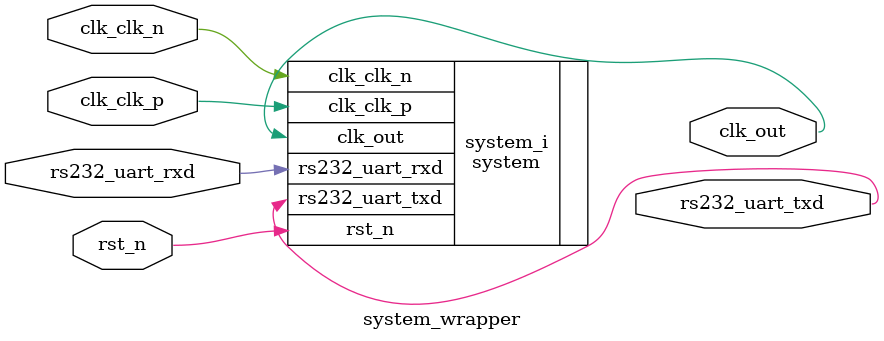
<source format=v>
`timescale 1 ps / 1 ps

module system_wrapper
   (clk_clk_n,
    clk_clk_p,
    clk_out,
    rs232_uart_rxd,
    rs232_uart_txd,
    rst_n);
  input clk_clk_n;
  input clk_clk_p;
  output clk_out;
  input rs232_uart_rxd;
  output rs232_uart_txd;
  input rst_n;

  wire clk_clk_n;
  wire clk_clk_p;
  wire clk_out;
  wire rs232_uart_rxd;
  wire rs232_uart_txd;
  wire rst_n;

  system system_i
       (.clk_clk_n(clk_clk_n),
        .clk_clk_p(clk_clk_p),
        .clk_out(clk_out),
        .rs232_uart_rxd(rs232_uart_rxd),
        .rs232_uart_txd(rs232_uart_txd),
        .rst_n(rst_n));
endmodule

</source>
